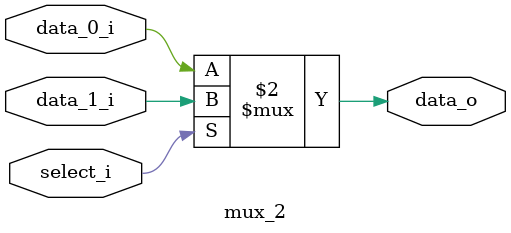
<source format=v>
`timescale 1ns / 1ps


module mux_2 # 
(
    parameter integer DATA_WIDTH = 1
)
( 
    input  wire                      select_i,
    input  wire [DATA_WIDTH - 1 : 0] data_0_i,
    input  wire [DATA_WIDTH - 1 : 0] data_1_i,
    
    output wire [DATA_WIDTH - 1 : 0] data_o
);

    assign data_o = (1'h0 == select_i) ? data_0_i : data_1_i;

endmodule

</source>
